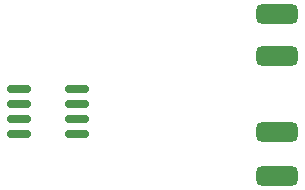
<source format=gbr>
%TF.GenerationSoftware,KiCad,Pcbnew,(6.0.6)*%
%TF.CreationDate,2023-03-01T01:58:39-05:00*%
%TF.ProjectId,Driver-Board,44726976-6572-42d4-926f-6172642e6b69,rev?*%
%TF.SameCoordinates,Original*%
%TF.FileFunction,Paste,Bot*%
%TF.FilePolarity,Positive*%
%FSLAX46Y46*%
G04 Gerber Fmt 4.6, Leading zero omitted, Abs format (unit mm)*
G04 Created by KiCad (PCBNEW (6.0.6)) date 2023-03-01 01:58:39*
%MOMM*%
%LPD*%
G01*
G04 APERTURE LIST*
G04 Aperture macros list*
%AMRoundRect*
0 Rectangle with rounded corners*
0 $1 Rounding radius*
0 $2 $3 $4 $5 $6 $7 $8 $9 X,Y pos of 4 corners*
0 Add a 4 corners polygon primitive as box body*
4,1,4,$2,$3,$4,$5,$6,$7,$8,$9,$2,$3,0*
0 Add four circle primitives for the rounded corners*
1,1,$1+$1,$2,$3*
1,1,$1+$1,$4,$5*
1,1,$1+$1,$6,$7*
1,1,$1+$1,$8,$9*
0 Add four rect primitives between the rounded corners*
20,1,$1+$1,$2,$3,$4,$5,0*
20,1,$1+$1,$4,$5,$6,$7,0*
20,1,$1+$1,$6,$7,$8,$9,0*
20,1,$1+$1,$8,$9,$2,$3,0*%
G04 Aperture macros list end*
%ADD10RoundRect,0.150000X0.825000X0.150000X-0.825000X0.150000X-0.825000X-0.150000X0.825000X-0.150000X0*%
%ADD11RoundRect,0.412500X1.337500X0.412500X-1.337500X0.412500X-1.337500X-0.412500X1.337500X-0.412500X0*%
G04 APERTURE END LIST*
D10*
%TO.C,U4*%
X84575000Y-87695000D03*
X84575000Y-88965000D03*
X84575000Y-90235000D03*
X84575000Y-91505000D03*
X79625000Y-91505000D03*
X79625000Y-90235000D03*
X79625000Y-88965000D03*
X79625000Y-87695000D03*
%TD*%
D11*
%TO.C,J4*%
X101500000Y-81300000D03*
X101500000Y-84900000D03*
X101500000Y-91300000D03*
X101500000Y-95000000D03*
%TD*%
M02*

</source>
